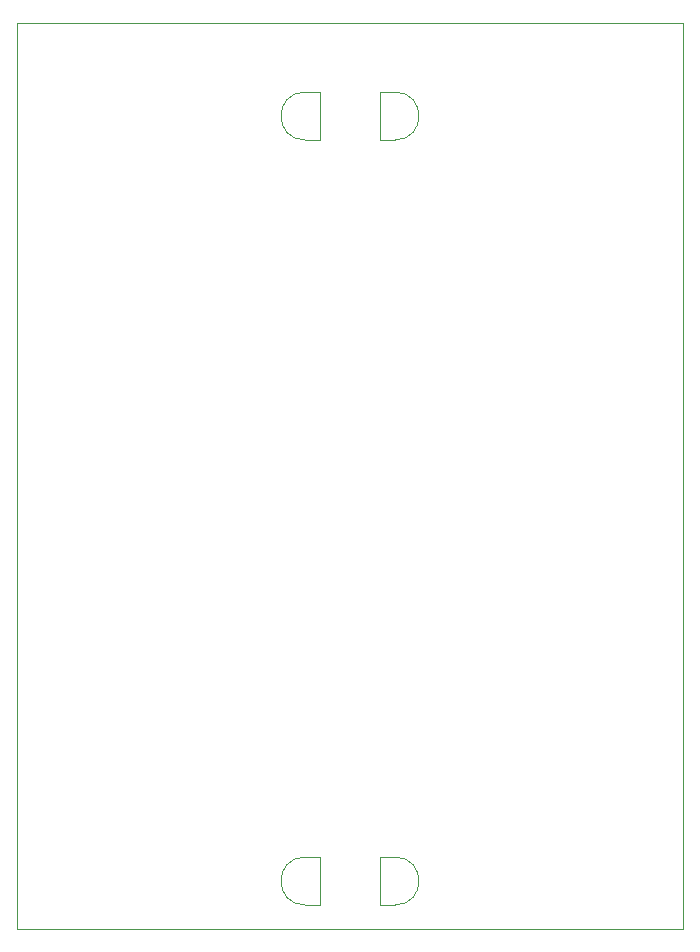
<source format=gbr>
%TF.GenerationSoftware,KiCad,Pcbnew,8.0.0*%
%TF.CreationDate,2025-02-12T14:58:42-08:00*%
%TF.ProjectId,HempCrete,48656d70-4372-4657-9465-2e6b69636164,rev?*%
%TF.SameCoordinates,Original*%
%TF.FileFunction,Profile,NP*%
%FSLAX46Y46*%
G04 Gerber Fmt 4.6, Leading zero omitted, Abs format (unit mm)*
G04 Created by KiCad (PCBNEW 8.0.0) date 2025-02-12 14:58:42*
%MOMM*%
%LPD*%
G01*
G04 APERTURE LIST*
%TA.AperFunction,Profile*%
%ADD10C,0.050000*%
%TD*%
G04 APERTURE END LIST*
D10*
X178054000Y-124968000D02*
X176784000Y-124968000D01*
X176784000Y-124968000D02*
G75*
G02*
X176784000Y-120904000I0J2032000D01*
G01*
X183134000Y-120904000D02*
X184404000Y-120904000D01*
X184404000Y-120904000D02*
G75*
G02*
X184404000Y-124968000I0J-2032000D01*
G01*
X183134000Y-124968000D02*
X183134000Y-120904000D01*
X183134000Y-124968000D02*
X184404000Y-124968000D01*
X178054000Y-120904000D02*
X178054000Y-124968000D01*
X178054000Y-120904000D02*
X176784000Y-120904000D01*
X178054000Y-60198000D02*
X176784000Y-60198000D01*
X176784000Y-60198000D02*
G75*
G02*
X176784000Y-56134000I0J2032000D01*
G01*
X178054000Y-56134000D02*
X178054000Y-60198000D01*
X178054000Y-56134000D02*
X176784000Y-56134000D01*
X184404000Y-56134000D02*
G75*
G02*
X184404000Y-60198000I0J-2032000D01*
G01*
X183134000Y-60198000D02*
X184404000Y-60198000D01*
X183134000Y-56134000D02*
X184404000Y-56134000D01*
X183134000Y-60198000D02*
X183134000Y-56134000D01*
X208788000Y-127000000D02*
X208788000Y-119380000D01*
X152400000Y-127000000D02*
X208788000Y-127000000D01*
X152400000Y-50292000D02*
X152400000Y-127000000D01*
X208788000Y-50292000D02*
X152400000Y-50292000D01*
X208788000Y-119380000D02*
X208788000Y-50292000D01*
M02*

</source>
